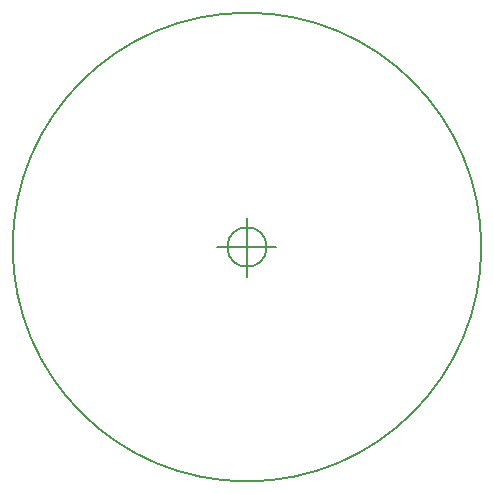
<source format=gm1>
G04 #@! TF.FileFunction,Profile,NP*
%FSLAX46Y46*%
G04 Gerber Fmt 4.6, Leading zero omitted, Abs format (unit mm)*
G04 Created by KiCad (PCBNEW 4.0.6-e0-6349~53~ubuntu14.04.1) date Wed May 31 16:50:28 2017*
%MOMM*%
%LPD*%
G01*
G04 APERTURE LIST*
%ADD10C,0.100000*%
%ADD11C,0.150000*%
G04 APERTURE END LIST*
D10*
D11*
X79136666Y-92710000D02*
G75*
G03X79136666Y-92710000I-1666666J0D01*
G01*
X74970000Y-92710000D02*
X79970000Y-92710000D01*
X77470000Y-90210000D02*
X77470000Y-95210000D01*
X79136666Y-92710000D02*
G75*
G03X79136666Y-92710000I-1666666J0D01*
G01*
X74970000Y-92710000D02*
X79970000Y-92710000D01*
X77470000Y-90210000D02*
X77470000Y-95210000D01*
X97308034Y-92710000D02*
G75*
G03X97308034Y-92710000I-19838034J0D01*
G01*
M02*

</source>
